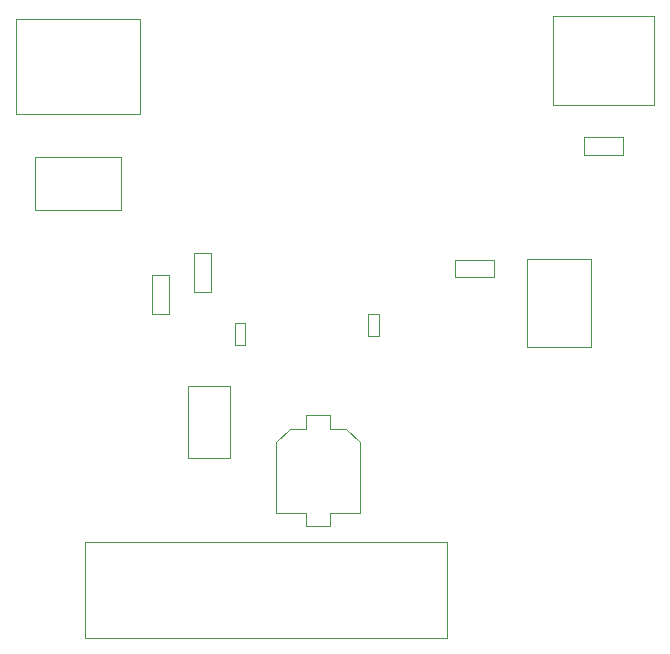
<source format=gbr>
%TF.GenerationSoftware,KiCad,Pcbnew,(6.0.11)*%
%TF.CreationDate,2024-08-05T21:32:57+07:00*%
%TF.ProjectId,Stepper_Motor_Expansion_Brd_revA,53746570-7065-4725-9f4d-6f746f725f45,rev?*%
%TF.SameCoordinates,PX5f5e100PY5f5e100*%
%TF.FileFunction,Other,User*%
%FSLAX46Y46*%
G04 Gerber Fmt 4.6, Leading zero omitted, Abs format (unit mm)*
G04 Created by KiCad (PCBNEW (6.0.11)) date 2024-08-05 21:32:57*
%MOMM*%
%LPD*%
G01*
G04 APERTURE LIST*
%ADD10C,0.100000*%
%ADD11C,0.050000*%
G04 APERTURE END LIST*
D10*
X44700000Y2250000D02*
X14100000Y2250000D01*
X14100000Y10350000D01*
X44700000Y10350000D01*
X44700000Y2250000D01*
D11*
X8260000Y54670000D02*
X18760000Y54670000D01*
X8260000Y46570000D02*
X8260000Y54670000D01*
X18760000Y46570000D02*
X8260000Y46570000D01*
X18760000Y54670000D02*
X18760000Y46570000D01*
X53670000Y54890000D02*
X62270000Y54890000D01*
X53670000Y47390000D02*
X53670000Y54890000D01*
X62270000Y54890000D02*
X62270000Y47390000D01*
X62270000Y47390000D02*
X53670000Y47390000D01*
X45400000Y34260000D02*
X48700000Y34260000D01*
X45400000Y32800000D02*
X45400000Y34260000D01*
X48700000Y32800000D02*
X45400000Y32800000D01*
X48700000Y34260000D02*
X48700000Y32800000D01*
X17130000Y42990000D02*
X17130000Y38490000D01*
X17130000Y38490000D02*
X9830000Y38490000D01*
X9830000Y38490000D02*
X9830000Y42990000D01*
X9830000Y42990000D02*
X17130000Y42990000D01*
X22760000Y17450000D02*
X26360000Y17450000D01*
X22760000Y23600000D02*
X22760000Y17450000D01*
X26360000Y17450000D02*
X26360000Y23600000D01*
X26360000Y23600000D02*
X22760000Y23600000D01*
X56320000Y44630000D02*
X59620000Y44630000D01*
X59620000Y43170000D02*
X56320000Y43170000D01*
X59620000Y44630000D02*
X59620000Y43170000D01*
X56320000Y43170000D02*
X56320000Y44630000D01*
X26740000Y27080000D02*
X26740000Y28900000D01*
X27660000Y28900000D02*
X27660000Y27080000D01*
X27660000Y27080000D02*
X26740000Y27080000D01*
X26740000Y28900000D02*
X27660000Y28900000D01*
X24760000Y31500000D02*
X23300000Y31500000D01*
X23300000Y31500000D02*
X23300000Y34800000D01*
X23300000Y34800000D02*
X24760000Y34800000D01*
X24760000Y34800000D02*
X24760000Y31500000D01*
X56910000Y26890000D02*
X56910000Y34290000D01*
X51510000Y34290000D02*
X51510000Y26890000D01*
X51510000Y26890000D02*
X56910000Y26890000D01*
X56910000Y34290000D02*
X51510000Y34290000D01*
X38950000Y29640000D02*
X38950000Y27820000D01*
X38030000Y27820000D02*
X38030000Y29640000D01*
X38030000Y29640000D02*
X38950000Y29640000D01*
X38950000Y27820000D02*
X38030000Y27820000D01*
X31400000Y19950000D02*
X30250000Y18800000D01*
X36200000Y19950000D02*
X37350000Y18800000D01*
X32750000Y11700000D02*
X32750000Y12850000D01*
X32750000Y19950000D02*
X31400000Y19950000D01*
X37350000Y18800000D02*
X37350000Y12850000D01*
X32750000Y12850000D02*
X30250000Y12850000D01*
X32750000Y21100000D02*
X32750000Y19950000D01*
X36200000Y19950000D02*
X34850000Y19950000D01*
X34850000Y19950000D02*
X34850000Y21100000D01*
X30250000Y18800000D02*
X30250000Y12850000D01*
X37350000Y12850000D02*
X34850000Y12850000D01*
X34850000Y11700000D02*
X32750000Y11700000D01*
X34850000Y12850000D02*
X34850000Y11700000D01*
X34850000Y21100000D02*
X32750000Y21100000D01*
X19770000Y32980000D02*
X21230000Y32980000D01*
X19770000Y29680000D02*
X19770000Y32980000D01*
X21230000Y32980000D02*
X21230000Y29680000D01*
X21230000Y29680000D02*
X19770000Y29680000D01*
M02*

</source>
